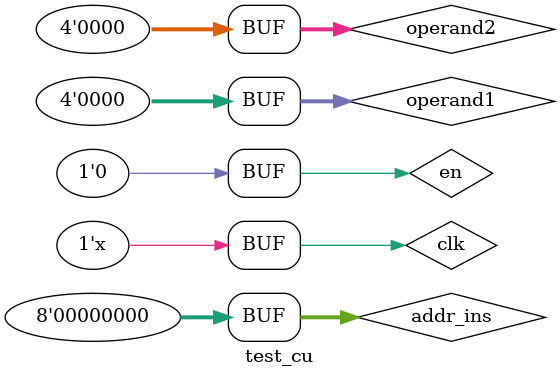
<source format=v>
`timescale 1ns / 1ps


module test_cu;

	// Inputs
	reg [7:0] addr_ins;
	reg [3:0] operand1;
	reg [3:0] operand2;
	reg en;
	reg clk;

	// Outputs
	wire [39:0] data_out;

	// Instantiate the Unit Under Test (UUT)
	control_unit uut (
		.addr_ins(addr_ins), 
		.operand1(operand1), 
		.operand2(operand2), 
		.en(en), 
		.clk(clk), 
		.data_out(data_out)
	);
	
	always begin
	#5 clk = ~clk;
	end
	
	
	initial begin
		// Initialize Inputs
		addr_ins = 0;
		operand1 = 0;
		operand2 = 0;
		en = 0;
		clk = 1;

		// Wait 100 ns for global reset to finish
		#100;
       
		// Add stimulus here

	end
      
endmodule


</source>
